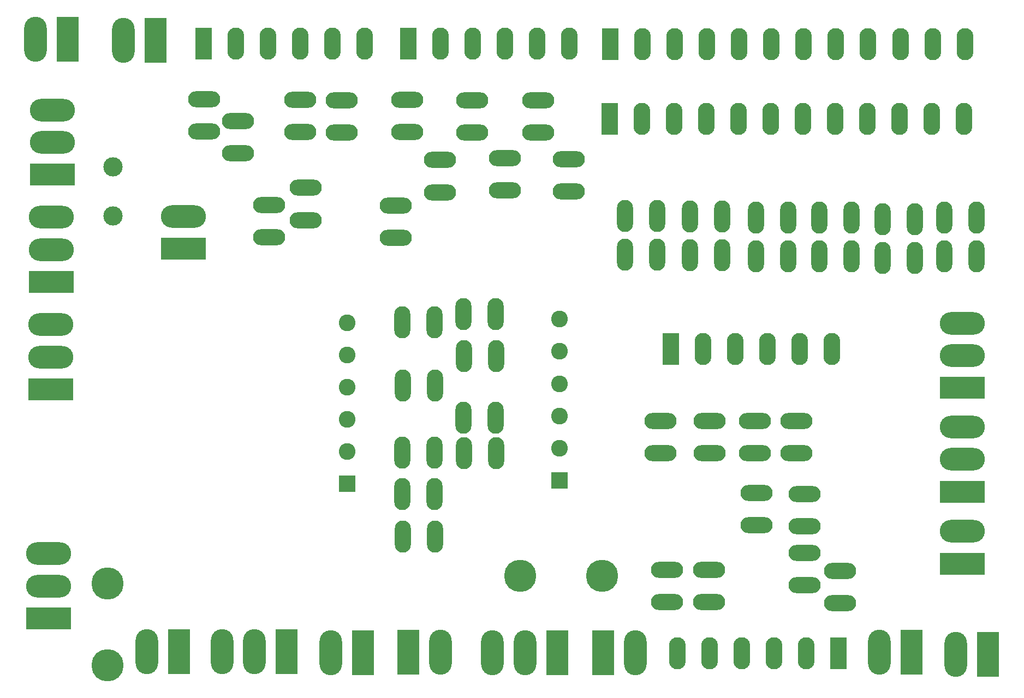
<source format=gbr>
%TF.GenerationSoftware,KiCad,Pcbnew,8.0.3*%
%TF.CreationDate,2024-07-16T22:22:09-07:00*%
%TF.ProjectId,pultec-three-band-eq,70756c74-6563-42d7-9468-7265652d6261,4*%
%TF.SameCoordinates,Original*%
%TF.FileFunction,Soldermask,Bot*%
%TF.FilePolarity,Negative*%
%FSLAX46Y46*%
G04 Gerber Fmt 4.6, Leading zero omitted, Abs format (unit mm)*
G04 Created by KiCad (PCBNEW 8.0.3) date 2024-07-16 22:22:09*
%MOMM*%
%LPD*%
G01*
G04 APERTURE LIST*
%ADD10R,2.600000X2.600000*%
%ADD11C,2.600000*%
%ADD12R,2.600000X5.000000*%
%ADD13O,2.600000X5.000000*%
%ADD14R,7.000000X3.500000*%
%ADD15O,7.000000X3.500000*%
%ADD16R,3.500000X7.000000*%
%ADD17O,3.500000X7.000000*%
%ADD18O,2.500000X5.000000*%
%ADD19O,5.000000X2.500000*%
%ADD20C,5.000000*%
%ADD21C,3.000000*%
G04 APERTURE END LIST*
D10*
%TO.C,J15*%
X129489200Y-101708000D03*
D11*
X129489200Y-96708000D03*
X129489200Y-91708000D03*
X129489200Y-86708000D03*
X129489200Y-81708000D03*
X129489200Y-76708000D03*
%TD*%
D12*
%TO.C,J40*%
X137278000Y-45618600D03*
D13*
X142278000Y-45618600D03*
X147278000Y-45618600D03*
X152278000Y-45618600D03*
X157278000Y-45618600D03*
X162278000Y-45618600D03*
X167278000Y-45618600D03*
X172278000Y-45618600D03*
X177278000Y-45618600D03*
X182278000Y-45618600D03*
X187278000Y-45618600D03*
X192278000Y-45618600D03*
%TD*%
D12*
%TO.C,J36*%
X146776400Y-81330800D03*
D13*
X151776400Y-81330800D03*
X156776400Y-81330800D03*
X161776400Y-81330800D03*
X166776400Y-81330800D03*
X171776400Y-81330800D03*
%TD*%
D14*
%TO.C,J39*%
X191973200Y-87317600D03*
D15*
X191973200Y-82317600D03*
X191973200Y-77317600D03*
%TD*%
%TO.C,J38*%
X191973200Y-93472000D03*
X191973200Y-98472000D03*
D14*
X191973200Y-103472000D03*
%TD*%
D16*
%TO.C,J35*%
X195997200Y-128727000D03*
D17*
X190997200Y-128727000D03*
%TD*%
D14*
%TO.C,J32*%
X191973200Y-114648000D03*
D15*
X191973200Y-109648000D03*
%TD*%
D16*
%TO.C,J31*%
X53249200Y-33223000D03*
D17*
X48249200Y-33223000D03*
%TD*%
D12*
%TO.C,J14*%
X137378400Y-33985200D03*
D13*
X142378400Y-33985200D03*
X147378400Y-33985200D03*
X152378400Y-33985200D03*
X157378400Y-33985200D03*
X162378400Y-33985200D03*
X167378400Y-33985200D03*
X172378400Y-33985200D03*
X177378400Y-33985200D03*
X182378400Y-33985200D03*
X187378400Y-33985200D03*
X192378400Y-33985200D03*
%TD*%
D18*
%TO.C,C41*%
X189208400Y-66903600D03*
X194208400Y-66903600D03*
%TD*%
%TO.C,C40*%
X189208400Y-60903600D03*
X194208400Y-60903600D03*
%TD*%
%TO.C,C39*%
X179607200Y-67157600D03*
X184607200Y-67157600D03*
%TD*%
%TO.C,C38*%
X179607200Y-61157600D03*
X184607200Y-61157600D03*
%TD*%
%TO.C,C37*%
X169802800Y-66903600D03*
X174802800Y-66903600D03*
%TD*%
%TO.C,C36*%
X169802800Y-60903600D03*
X174802800Y-60903600D03*
%TD*%
%TO.C,C13*%
X159947600Y-66903600D03*
X164947600Y-66903600D03*
%TD*%
%TO.C,C12*%
X159947600Y-60903600D03*
X164947600Y-60903600D03*
%TD*%
%TO.C,C11*%
X149758400Y-66756800D03*
X154758400Y-66756800D03*
%TD*%
%TO.C,C10*%
X149758400Y-60756800D03*
X154758400Y-60756800D03*
%TD*%
%TO.C,C9*%
X139678400Y-66649600D03*
X144678400Y-66649600D03*
%TD*%
%TO.C,C8*%
X139678400Y-60649600D03*
X144678400Y-60649600D03*
%TD*%
D19*
%TO.C,C3*%
X90115006Y-61304600D03*
X90115006Y-56304600D03*
%TD*%
D16*
%TO.C,J20*%
X129126000Y-128473200D03*
D17*
X124126000Y-128473200D03*
X119126000Y-128473200D03*
%TD*%
D19*
%TO.C,C20*%
X115943006Y-47741200D03*
X115943006Y-42741200D03*
%TD*%
D10*
%TO.C,J8*%
X96601800Y-102269800D03*
D11*
X96601800Y-97269800D03*
X96601800Y-92269800D03*
X96601800Y-87269800D03*
X96601800Y-82269800D03*
X96601800Y-77269800D03*
%TD*%
D19*
%TO.C,C28*%
X152668000Y-115610000D03*
X152668000Y-120610000D03*
%TD*%
%TO.C,C33*%
X146183006Y-115599200D03*
X146183006Y-120599200D03*
%TD*%
D14*
%TO.C,J11*%
X50868206Y-54225200D03*
D15*
X50868206Y-49225200D03*
X50868206Y-44225200D03*
%TD*%
D19*
%TO.C,C1*%
X74367006Y-47577800D03*
X74367006Y-42577800D03*
%TD*%
%TO.C,C27*%
X152787006Y-92485200D03*
X152787006Y-97485200D03*
%TD*%
D16*
%TO.C,J1*%
X106019600Y-128422400D03*
D17*
X111019600Y-128422400D03*
%TD*%
D19*
%TO.C,C25*%
X160051406Y-103661200D03*
X160051406Y-108661200D03*
%TD*%
D18*
%TO.C,C17*%
X119695600Y-97485200D03*
X114695600Y-97485200D03*
%TD*%
D20*
%TO.C,R3*%
X136093200Y-116586000D03*
X123393200Y-116586000D03*
%TD*%
D19*
%TO.C,C5*%
X95758000Y-47701200D03*
X95758000Y-42701200D03*
%TD*%
%TO.C,C18*%
X105913806Y-47650200D03*
X105913806Y-42650200D03*
%TD*%
%TO.C,C24*%
X173024800Y-115773200D03*
X173024800Y-120773200D03*
%TD*%
D16*
%TO.C,J2*%
X66830206Y-33404600D03*
D17*
X61830206Y-33404600D03*
%TD*%
D14*
%TO.C,J9*%
X71188206Y-65764400D03*
D15*
X71188206Y-60764400D03*
%TD*%
D18*
%TO.C,C35*%
X110196000Y-110439200D03*
X105196000Y-110439200D03*
%TD*%
D19*
%TO.C,C2*%
X79599406Y-50941400D03*
X79599406Y-45941400D03*
%TD*%
%TO.C,C32*%
X159797406Y-92536000D03*
X159797406Y-97536000D03*
%TD*%
D18*
%TO.C,C14*%
X110105200Y-77165200D03*
X105105200Y-77165200D03*
%TD*%
D21*
%TO.C,R2*%
X60215406Y-60633600D03*
X60215406Y-53013600D03*
%TD*%
D16*
%TO.C,J6*%
X184120800Y-128422400D03*
D17*
X179120800Y-128422400D03*
%TD*%
D12*
%TO.C,J5*%
X74313006Y-33938200D03*
D13*
X79313006Y-33938200D03*
X84313006Y-33938200D03*
X89313006Y-33938200D03*
X94313006Y-33938200D03*
X99313006Y-33938200D03*
%TD*%
D18*
%TO.C,C34*%
X110105200Y-103835200D03*
X105105200Y-103835200D03*
%TD*%
D19*
%TO.C,C23*%
X130929006Y-56845200D03*
X130929006Y-51845200D03*
%TD*%
%TO.C,C4*%
X89302206Y-47639400D03*
X89302206Y-42639400D03*
%TD*%
%TO.C,C30*%
X167552400Y-112979200D03*
X167552400Y-117979200D03*
%TD*%
%TO.C,C21*%
X121023006Y-56722000D03*
X121023006Y-51722000D03*
%TD*%
%TO.C,C26*%
X166249006Y-92485200D03*
X166249006Y-97485200D03*
%TD*%
D14*
%TO.C,J29*%
X50614206Y-87557600D03*
D15*
X50614206Y-82557600D03*
X50614206Y-77557600D03*
%TD*%
D16*
%TO.C,J3*%
X70527806Y-128350000D03*
D17*
X65527806Y-128350000D03*
%TD*%
D14*
%TO.C,J4*%
X50258606Y-123117600D03*
D15*
X50258606Y-118117600D03*
X50258606Y-113117600D03*
%TD*%
D16*
%TO.C,J13*%
X98997406Y-128451600D03*
D17*
X93997406Y-128451600D03*
%TD*%
D19*
%TO.C,C31*%
X167552400Y-103835200D03*
X167552400Y-108835200D03*
%TD*%
D12*
%TO.C,J12*%
X172777200Y-128574800D03*
D13*
X167777200Y-128574800D03*
X162777200Y-128574800D03*
X157777200Y-128574800D03*
X152777200Y-128574800D03*
X147777200Y-128574800D03*
%TD*%
D18*
%TO.C,C16*%
X110206800Y-87020400D03*
X105206800Y-87020400D03*
%TD*%
%TO.C,C4a2*%
X119594000Y-91957400D03*
X114594000Y-91957400D03*
%TD*%
D19*
%TO.C,C22*%
X126183006Y-47701200D03*
X126183006Y-42701200D03*
%TD*%
D14*
%TO.C,J7*%
X50715806Y-70880000D03*
D15*
X50715806Y-65880000D03*
X50715806Y-60880000D03*
%TD*%
D19*
%TO.C,C7*%
X84476206Y-63946200D03*
X84476206Y-58946200D03*
%TD*%
D16*
%TO.C,J19*%
X136245600Y-128524000D03*
D17*
X141245600Y-128524000D03*
%TD*%
D18*
%TO.C,C2a2*%
X119655600Y-82397600D03*
X114655600Y-82397600D03*
%TD*%
D20*
%TO.C,R1*%
X59402606Y-117732800D03*
X59402606Y-130432800D03*
%TD*%
D19*
%TO.C,C29*%
X145167006Y-92485200D03*
X145167006Y-97485200D03*
%TD*%
D12*
%TO.C,J10*%
X106023006Y-33938200D03*
D13*
X111023006Y-33938200D03*
X116023006Y-33938200D03*
X121023006Y-33938200D03*
X126023006Y-33938200D03*
X131023006Y-33938200D03*
%TD*%
D18*
%TO.C,C5a2*%
X110094400Y-97383600D03*
X105094400Y-97383600D03*
%TD*%
%TO.C,C15*%
X119564800Y-75946000D03*
X114564800Y-75946000D03*
%TD*%
D16*
%TO.C,J21*%
X87139406Y-128350000D03*
D17*
X82139406Y-128350000D03*
X77139406Y-128350000D03*
%TD*%
D19*
%TO.C,C6*%
X104140000Y-64058800D03*
X104140000Y-59058800D03*
%TD*%
%TO.C,C19*%
X110964606Y-56986800D03*
X110964606Y-51986800D03*
%TD*%
M02*

</source>
